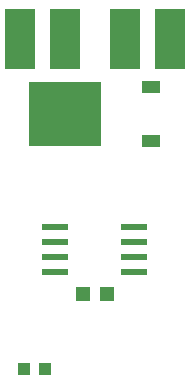
<source format=gbr>
G04 EAGLE Gerber RS-274X export*
G75*
%MOIN*%
%FSLAX34Y34*%
%LPD*%
%INSolderpaste Bottom*%
%IPPOS*%
%AMOC8*
5,1,8,0,0,1.08239X$1,22.5*%
G01*
%ADD10R,0.100000X0.200000*%
%ADD11R,0.047244X0.051181*%
%ADD12R,0.244094X0.212598*%
%ADD13R,0.062992X0.039370*%
%ADD14R,0.039370X0.043307*%
%ADD15R,0.086614X0.023622*%


D10*
X21000Y27500D03*
D11*
X18900Y19000D03*
X18100Y19000D03*
D10*
X17500Y27500D03*
X19500Y27500D03*
X16000Y27500D03*
D12*
X17516Y25000D03*
D13*
X20390Y25898D03*
X20390Y24102D03*
D14*
X16165Y16500D03*
X16835Y16500D03*
D15*
X17195Y20250D03*
X19805Y20250D03*
X17195Y19750D03*
X17195Y20750D03*
X17195Y21250D03*
X19805Y19750D03*
X19805Y20750D03*
X19805Y21250D03*
M02*

</source>
